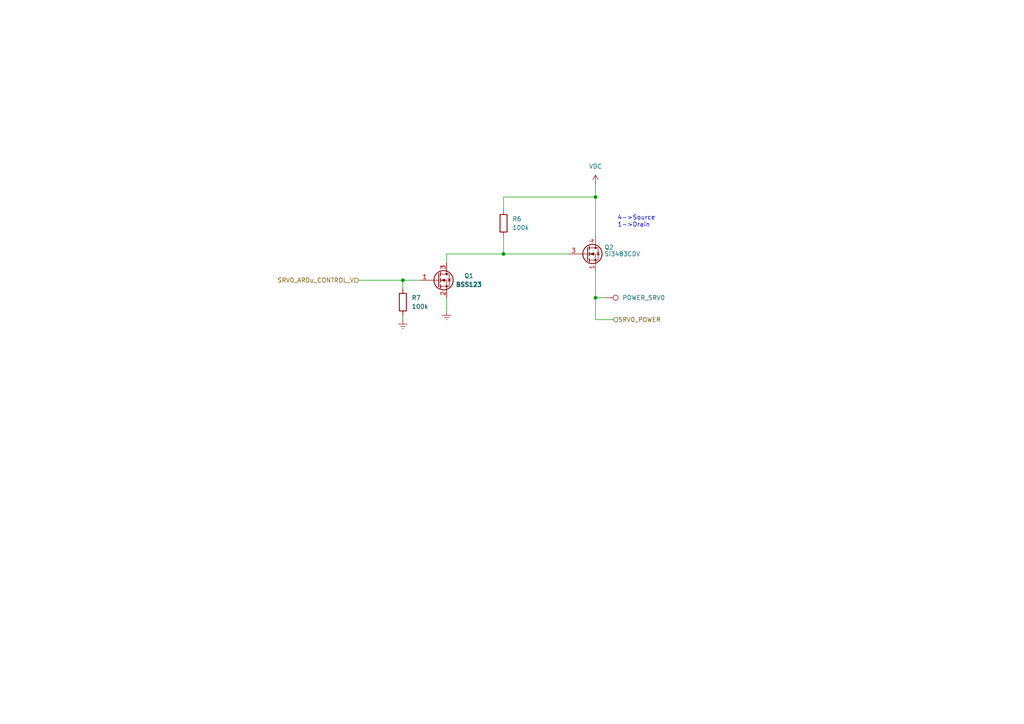
<source format=kicad_sch>
(kicad_sch (version 20211123) (generator eeschema)
  (paper "A4")
  (title_block (title "EDUEXO custom PCB") (date "2023-03-28") (rev "V1") (company "CBPR") (comment 1 "Mohammed Al-Tashi") (comment 2 "<mohammedaltashi770@gmail.com>"))
  (lib_symbols
    (symbol "Connector:TestPoint" (pin_numbers hide) (pin_names (offset 0.762) hide)
      (property "Reference" "TP" (at 0 6.858 0))
      (property "Value" "TestPoint" (at 0 5.08 0))
      (symbol "TestPoint_0_1"
        (circle (center 0 3.302) (radius 0.762))
      )
      (symbol "TestPoint_1_1"
        (pin passive line (at 0 0 90) (length 2.54) (name "1") (number "1"))
      )
    )
    (symbol "Device:R" (pin_numbers hide) (pin_names (offset 0))
      (property "Reference" "R" (at 2.032 0 90))
      (property "Value" "R" (at 0 0 90))
      (symbol "R_0_1"
        (rectangle (start -1.016 -2.54) (end 1.016 2.54) (stroke (width 0.254)))
      )
      (symbol "R_1_1"
        (pin passive line (at 0 3.81 270) (length 1.27) (name "~") (number "1"))
        (pin passive line (at 0 -3.81 90) (length 1.27) (name "~") (number "2"))
      )
    )
    (symbol "EDUEXO-custom-PCB:Si3483CDV" (pin_names hide)
      (property "Reference" "Q" (at 5.08 1.905 0))
      (property "Value" "Si3483CDV" (at 5.08 0 0))
      (symbol "Si3483CDV_0_1"
        (polyline (pts (xy 0.254 0) (xy -2.54 0)))
        (polyline (pts (xy 0.254 1.905) (xy 0.254 -1.905)) (stroke (width 0.254)))
        (polyline (pts (xy 0.762 -1.27) (xy 0.762 -2.286)) (stroke (width 0.254)))
        (polyline (pts (xy 0.762 0.508) (xy 0.762 -0.508)) (stroke (width 0.254)))
        (polyline (pts (xy 0.762 2.286) (xy 0.762 1.27)) (stroke (width 0.254)))
        (polyline (pts (xy 2.54 2.54) (xy 2.54 1.778)))
        (polyline (pts (xy 2.921 0.381) (xy 3.683 0.381)))
        (polyline (pts (xy 2.54 -2.54) (xy 2.54 0) (xy 0.762 0)))
        (polyline (pts (xy 0.762 -1.778) (xy 3.302 -1.778) (xy 3.302 1.778) (xy 0.762 1.778)))
        (polyline (pts (xy 1.016 0) (xy 2.032 0.381) (xy 2.032 -0.381) (xy 1.016 0)) (fill (type outline)))
        (polyline (pts (xy 3.302 0.381) (xy 2.921 -0.254) (xy 3.683 -0.254) (xy 3.302 0.381)))
        (circle (center 1.651 0) (radius 2.794) (stroke (width 0.254)))
        (circle (center 2.54 -1.778) (radius 0.254) (fill (type outline)))
        (circle (center 2.54 1.778) (radius 0.254) (fill (type outline)))
      )
      (symbol "Si3483CDV_1_1"
        (pin passive line (at 2.54 -5.08 90) (length 2.54) (name "D") (number "1"))
        (pin passive line (at 2.54 -5.08 90) (length 2.54) hide (name "D") (number "2"))
        (pin input line (at -5.08 0 0) (length 2.54) (name "G") (number "3"))
        (pin passive line (at 2.54 5.08 270) (length 2.54) (name "S") (number "4"))
        (pin passive line (at 2.54 -5.08 90) (length 2.54) hide (name "D") (number "5"))
        (pin passive line (at 2.54 -5.08 90) (length 2.54) hide (name "D") (number "6"))
      )
    )
    (symbol "Transistor_FET:BSS123" (pin_names hide)
      (property "Reference" "Q" (at 5.08 1.905 0))
      (property "Value" "BSS123" (at 5.08 0 0))
      (symbol "BSS123_0_1"
        (polyline (pts (xy 0.254 0) (xy -2.54 0)))
        (polyline (pts (xy 0.254 1.905) (xy 0.254 -1.905)) (stroke (width 0.254)))
        (polyline (pts (xy 0.762 -1.27) (xy 0.762 -2.286)) (stroke (width 0.254)))
        (polyline (pts (xy 0.762 0.508) (xy 0.762 -0.508)) (stroke (width 0.254)))
        (polyline (pts (xy 0.762 2.286) (xy 0.762 1.27)) (stroke (width 0.254)))
        (polyline (pts (xy 2.54 2.54) (xy 2.54 1.778)))
        (polyline (pts (xy 2.54 -2.54) (xy 2.54 0) (xy 0.762 0)))
        (polyline (pts (xy 0.762 -1.778) (xy 3.302 -1.778) (xy 3.302 1.778) (xy 0.762 1.778)))
        (polyline (pts (xy 1.016 0) (xy 2.032 0.381) (xy 2.032 -0.381) (xy 1.016 0)) (fill (type outline)))
        (polyline (pts (xy 2.794 0.508) (xy 2.921 0.381) (xy 3.683 0.381) (xy 3.81 0.254)))
        (polyline (pts (xy 3.302 0.381) (xy 2.921 -0.254) (xy 3.683 -0.254) (xy 3.302 0.381)))
        (circle (center 1.651 0) (radius 2.794) (stroke (width 0.254)))
        (circle (center 2.54 -1.778) (radius 0.254) (fill (type outline)))
        (circle (center 2.54 1.778) (radius 0.254) (fill (type outline)))
      )
      (symbol "BSS123_1_1"
        (pin input line (at -5.08 0 0) (length 2.54) (name "G") (number "1"))
        (pin passive line (at 2.54 -5.08 90) (length 2.54) (name "S") (number "2"))
        (pin passive line (at 2.54 5.08 270) (length 2.54) (name "D") (number "3"))
      )
    )
    (symbol "power:Earth" (power) (pin_names (offset 0))
      (symbol "Earth_0_1"
        (polyline (pts (xy -0.635 -1.905) (xy 0.635 -1.905)))
        (polyline (pts (xy -0.127 -2.54) (xy 0.127 -2.54)))
        (polyline (pts (xy 0 -1.27) (xy 0 0)))
        (polyline (pts (xy 1.27 -1.27) (xy -1.27 -1.27)))
      )
      (symbol "Earth_1_1"
        (pin power_in line (at 0 0 270) (length 0) hide (name "Earth") (number "1"))
      )
    )
    (symbol "power:VDC" (power) (pin_names (offset 0))
      (property "Value" "VDC" (at 0 6.35 0))
      (symbol "VDC_0_1"
        (polyline (pts (xy -0.762 1.27) (xy 0 2.54)))
        (polyline (pts (xy 0 0) (xy 0 2.54)))
        (polyline (pts (xy 0 2.54) (xy 0.762 1.27)))
      )
      (symbol "VDC_1_1"
        (pin power_in line (at 0 0 90) (length 0) hide (name "VDC") (number "1"))
      )
    )
  )
  (junction (at 172.72 57.15))
  (junction (at 172.72 86.36))
  (junction (at 146.05 73.66))
  (junction (at 116.84 81.28))
  (wire (pts (xy 116.84 81.28) (xy 116.84 83.82)))
  (wire (pts (xy 172.72 68.58) (xy 172.72 57.15)))
  (wire (pts (xy 129.54 86.36) (xy 129.54 90.17)))
  (wire (pts (xy 129.54 73.66) (xy 129.54 76.2)))
  (wire (pts (xy 177.8 92.71) (xy 172.72 92.71)))
  (wire (pts (xy 172.72 78.74) (xy 172.72 86.36)))
  (wire (pts (xy 116.84 81.28) (xy 121.92 81.28)))
  (wire (pts (xy 175.26 86.36) (xy 172.72 86.36)))
  (wire (pts (xy 146.05 57.15) (xy 146.05 60.96)))
  (wire (pts (xy 172.72 57.15) (xy 146.05 57.15)))
  (wire (pts (xy 104.14 81.28) (xy 116.84 81.28)))
  (wire (pts (xy 146.05 73.66) (xy 165.1 73.66)))
  (wire (pts (xy 146.05 73.66) (xy 129.54 73.66)))
  (wire (pts (xy 146.05 68.58) (xy 146.05 73.66)))
  (wire (pts (xy 116.84 91.44) (xy 116.84 92.71)))
  (wire (pts (xy 172.72 86.36) (xy 172.72 92.71)))
  (wire (pts (xy 172.72 53.34) (xy 172.72 57.15)))
  (text "4->Source\n1->Drain" (at 179.07 66.04 0) (effects (font (size 1.27 1.27)) (justify left bottom)))
  (hierarchical_label "SRV0_ARDu_CONTROL_V" (shape input) (at 104.14 81.28 180))
  (hierarchical_label "SRV0_POWER" (shape input) (at 177.8 92.71 0))
  (symbol (lib_id "power:Earth") (at 129.54 90.17 0) (unit 1)
    (property "Reference" "#PWR0119" (effects hide))
    (property "Value" "Earth" (effects hide))
  )
  (symbol (lib_id "Transistor_FET:BSS123") (at 127 81.28 0) (unit 1)
    (property "Reference" "Q1" (at 134.62 80.01 0) (effects (justify left)))
    (property "Value" "BSS123" (at 132.08 82.55 0) (effects (font bold) (justify left)))
    (property "Footprint" "Package_TO_SOT_SMD:SOT-23" (effects hide))
    (property "Datasheet" "http://www.diodes.com/assets/Datasheets/ds30366.pdf" (effects hide))
    (property "MPN" "BSS123" (effects hide))
  )
  (symbol (lib_id "Device:R") (at 116.84 87.63 0) (unit 1)
    (property "Reference" "R7" (at 119.38 86.3599 0) (effects (justify left)))
    (property "Value" "100k" (at 119.38 88.8999 0) (effects (justify left)))
    (property "Footprint" "Resistor_SMD:R_0805_2012Metric" (effects hide))
    (property "Datasheet" "https://www.yageo.com/upload/media/product/productsearch/datasheet/rchip/PYu-RC_Group_51_RoHS_L_12.pdf" (effects hide))
    (property "MPN" "RC0805FR-13100KL" (effects hide))
  )
  (symbol (lib_id "Device:R") (at 146.05 64.77 0) (unit 1)
    (property "Reference" "R6" (at 148.59 63.4999 0) (effects (justify left)))
    (property "Value" "100k" (at 148.59 66.0399 0) (effects (justify left)))
    (property "Footprint" "Resistor_SMD:R_0805_2012Metric" (effects hide))
    (property "Datasheet" "https://www.yageo.com/upload/media/product/productsearch/datasheet/rchip/PYu-RC_Group_51_RoHS_L_12.pdf" (effects hide))
    (property "MPN" "RC0805FR-13100KL" (effects hide))
  )
  (symbol (lib_id "power:Earth") (at 116.84 92.71 0) (unit 1)
    (property "Reference" "#PWR0124" (effects hide))
    (property "Value" "Earth" (effects hide))
  )
  (symbol (lib_id "Connector:TestPoint") (at 175.26 86.36 270) (unit 1)
    (property "Reference" "POWER_SRV0" (at 186.69 86.36 90))
    (property "Value" "TestPoint" (effects hide))
    (property "Footprint" "TestPoint:TestPoint_Keystone_5000-5004_Miniature" (effects hide))
    (property "Datasheet" "https://www.keyelco.com/userAssets/file/M65p56.pdf" (effects hide))
    (property "MPN" "5002" (effects hide))
  )
  (symbol (lib_id "EDUEXO-custom-PCB:Si3483CDV") (at 170.18 73.66 0) (unit 1)
    (property "Reference" "Q2" (at 175.26 71.755 0) (effects (justify left)))
    (property "Value" "Si3483CDV" (at 175.26 73.66 0) (effects (justify left)))
    (property "Footprint" "Package_TO_SOT_SMD:TSOT-23-6" (effects hide))
    (property "Datasheet" "https://www.vishay.com/docs/68603/si3483cd.pdf" (effects hide))
    (property "MPN" "Si3483CDV" (effects hide))
  )
  (symbol (lib_id "power:VDC") (at 172.72 53.34 0) (mirror y) (unit 1)
    (property "Reference" "#PWR0118" (effects hide))
    (property "Value" "VDC" (at 172.72 48.26 0))
  )
)
</source>
